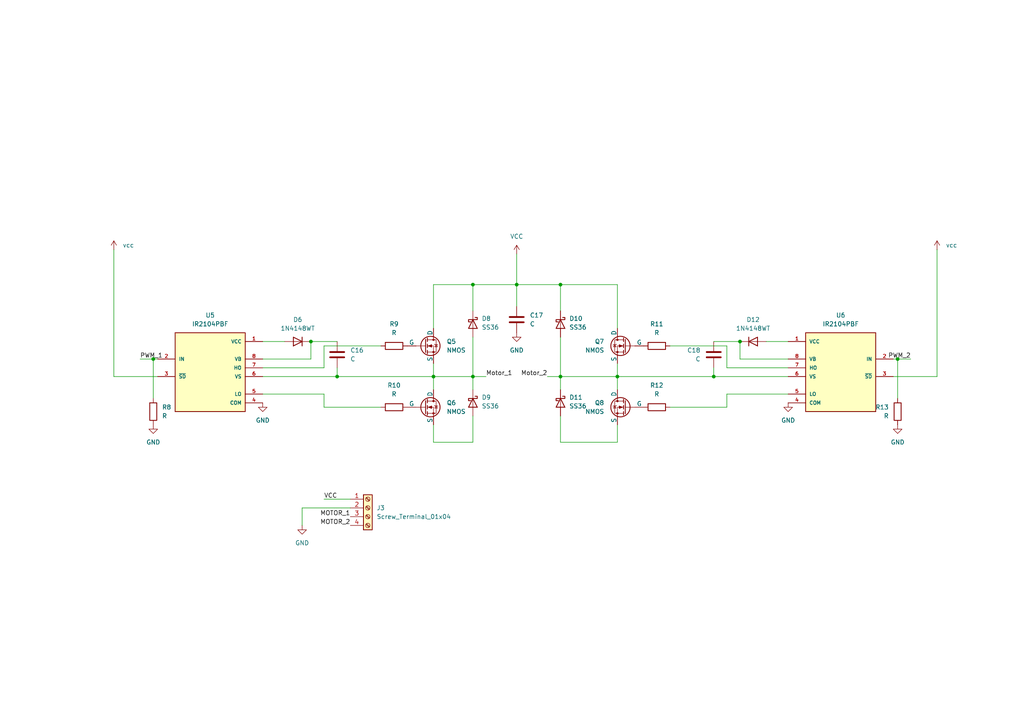
<source format=kicad_sch>
(kicad_sch (version 20250114) (generator "eeschema") (generator_version "9.0")
  (paper "A4")
  (lib_symbols
    (symbol "Connector:Screw_Terminal_01x04" (pin_names (offset 1.016) (hide yes))
      (property "Reference" "J" (at 0 5.08 0))
      (property "Value" "Screw_Terminal_01x04" (at 0 -7.62 0))
      (symbol "Screw_Terminal_01x04_1_1"
        (rectangle (start -1.27 3.81) (end 1.27 -6.35) (stroke (width 0.254)) (fill (type background)))
        (polyline (pts (xy -0.5334 2.8702) (xy 0.3302 2.032)) (stroke (width 0.1524)))
        (polyline (pts (xy -0.5334 0.3302) (xy 0.3302 -0.508)) (stroke (width 0.1524)))
        (polyline (pts (xy -0.5334 -2.2098) (xy 0.3302 -3.048)) (stroke (width 0.1524)))
        (polyline (pts (xy -0.5334 -4.7498) (xy 0.3302 -5.588)) (stroke (width 0.1524)))
        (polyline (pts (xy -0.3556 3.048) (xy 0.508 2.2098)) (stroke (width 0.1524)))
        (polyline (pts (xy -0.3556 0.508) (xy 0.508 -0.3302)) (stroke (width 0.1524)))
        (polyline (pts (xy -0.3556 -2.032) (xy 0.508 -2.8702)) (stroke (width 0.1524)))
        (polyline (pts (xy -0.3556 -4.572) (xy 0.508 -5.4102)) (stroke (width 0.1524)))
        (circle (center 0 2.54) (radius 0.635) (stroke (width 0.1524)))
        (circle (center 0 0) (radius 0.635) (stroke (width 0.1524)))
        (circle (center 0 -2.54) (radius 0.635) (stroke (width 0.1524)))
        (circle (center 0 -5.08) (radius 0.635) (stroke (width 0.1524)))
        (pin passive line (at -5.08 2.54 0) (length 3.81) (name "Pin_1") (number "1"))
        (pin passive line (at -5.08 0 0) (length 3.81) (name "Pin_2") (number "2"))
        (pin passive line (at -5.08 -2.54 0) (length 3.81) (name "Pin_3") (number "3"))
        (pin passive line (at -5.08 -5.08 0) (length 3.81) (name "Pin_4") (number "4"))
      )
    )
    (symbol "Device:C" (pin_numbers (hide yes)) (pin_names (offset 0.254))
      (property "Reference" "C" (at 0.635 2.54 0))
      (property "Value" "C" (at 0.635 -2.54 0))
      (symbol "C_0_1"
        (polyline (pts (xy -2.032 0.762) (xy 2.032 0.762)) (stroke (width 0.508)))
        (polyline (pts (xy -2.032 -0.762) (xy 2.032 -0.762)) (stroke (width 0.508)))
      )
      (symbol "C_1_1"
        (pin passive line (at 0 3.81 270) (length 2.794) (name "~") (number "1"))
        (pin passive line (at 0 -3.81 90) (length 2.794) (name "~") (number "2"))
      )
    )
    (symbol "Device:R" (pin_numbers (hide yes)) (pin_names (offset 0))
      (property "Reference" "R" (at 2.032 0 90))
      (property "Value" "R" (at 0 0 90))
      (symbol "R_0_1"
        (rectangle (start -1.016 -2.54) (end 1.016 2.54) (stroke (width 0.254)))
      )
      (symbol "R_1_1"
        (pin passive line (at 0 3.81 270) (length 1.27) (name "~") (number "1"))
        (pin passive line (at 0 -3.81 90) (length 1.27) (name "~") (number "2"))
      )
    )
    (symbol "Diode:1N4148WT" (pin_numbers (hide yes)) (pin_names (hide yes))
      (property "Reference" "D" (at 0 2.54 0))
      (property "Value" "1N4148WT" (at 0 -2.54 0))
      (symbol "1N4148WT_0_1"
        (polyline (pts (xy -1.27 1.27) (xy -1.27 -1.27)) (stroke (width 0.254)))
        (polyline (pts (xy 1.27 1.27) (xy 1.27 -1.27) (xy -1.27 0) (xy 1.27 1.27)) (stroke (width 0.254)))
        (polyline (pts (xy 1.27 0) (xy -1.27 0)))
      )
      (symbol "1N4148WT_1_1"
        (pin passive line (at -3.81 0 0) (length 2.54) (name "K") (number "1"))
        (pin passive line (at 3.81 0 180) (length 2.54) (name "A") (number "2"))
      )
    )
    (symbol "Diode:SS36" (pin_numbers (hide yes)) (pin_names (offset 1.016) (hide yes))
      (property "Reference" "D" (at 0 2.54 0))
      (property "Value" "SS36" (at 0 -2.54 0))
      (symbol "SS36_0_1"
        (polyline (pts (xy -1.905 0.635) (xy -1.905 1.27) (xy -1.27 1.27) (xy -1.27 -1.27) (xy -0.635 -1.27) (xy -0.635 -0.635)) (stroke (width 0.254)))
        (polyline (pts (xy 1.27 1.27) (xy 1.27 -1.27) (xy -1.27 0) (xy 1.27 1.27)) (stroke (width 0.254)))
        (polyline (pts (xy 1.27 0) (xy -1.27 0)))
      )
      (symbol "SS36_1_1"
        (pin passive line (at -3.81 0 0) (length 2.54) (name "K") (number "1"))
        (pin passive line (at 3.81 0 180) (length 2.54) (name "A") (number "2"))
      )
    )
    (symbol "IR2104PBF:IR2104PBF" (pin_names (offset 1.016))
      (property "Reference" "U" (at -10.0939 10.7738 0))
      (property "Value" "IR2104PBF" (at -10.267 -15.3519 0))
      (symbol "IR2104PBF_0_0"
        (rectangle (start -10.16 -12.7) (end 10.16 10.16) (stroke (width 0.254)) (fill (type background)))
        (pin input line (at -15.24 2.54 0) (length 5.08) (name "IN") (number "2"))
        (pin input line (at -15.24 -2.54 0) (length 5.08) (name "~{SD}") (number "3"))
        (pin power_in line (at 15.24 7.62 180) (length 5.08) (name "VCC") (number "1"))
        (pin input line (at 15.24 2.54 180) (length 5.08) (name "VB") (number "8"))
        (pin output line (at 15.24 0 180) (length 5.08) (name "HO") (number "7"))
        (pin input line (at 15.24 -2.54 180) (length 5.08) (name "VS") (number "6"))
        (pin output line (at 15.24 -7.62 180) (length 5.08) (name "LO") (number "5"))
        (pin input line (at 15.24 -10.16 180) (length 5.08) (name "COM") (number "4"))
      )
    )
    (symbol "Simulation_SPICE:NMOS" (pin_numbers (hide yes)) (pin_names (offset 0))
      (property "Reference" "Q" (at 5.08 1.27 0))
      (property "Value" "NMOS" (at 5.08 -1.27 0))
      (symbol "NMOS_0_1"
        (polyline (pts (xy 0.254 1.905) (xy 0.254 -1.905)) (stroke (width 0.254)))
        (polyline (pts (xy 0.254 0) (xy -2.54 0)))
        (polyline (pts (xy 0.762 2.286) (xy 0.762 1.27)) (stroke (width 0.254)))
        (polyline (pts (xy 0.762 0.508) (xy 0.762 -0.508)) (stroke (width 0.254)))
        (polyline (pts (xy 0.762 -1.27) (xy 0.762 -2.286)) (stroke (width 0.254)))
        (polyline (pts (xy 0.762 -1.778) (xy 3.302 -1.778) (xy 3.302 1.778) (xy 0.762 1.778)))
        (polyline (pts (xy 1.016 0) (xy 2.032 0.381) (xy 2.032 -0.381) (xy 1.016 0)) (fill (type outline)))
        (circle (center 1.651 0) (radius 2.794) (stroke (width 0.254)))
        (polyline (pts (xy 2.54 2.54) (xy 2.54 1.778)))
        (circle (center 2.54 1.778) (radius 0.254) (fill (type outline)))
        (circle (center 2.54 -1.778) (radius 0.254) (fill (type outline)))
        (polyline (pts (xy 2.54 -2.54) (xy 2.54 0) (xy 0.762 0)))
        (polyline (pts (xy 2.794 0.508) (xy 2.921 0.381) (xy 3.683 0.381) (xy 3.81 0.254)))
        (polyline (pts (xy 3.302 0.381) (xy 2.921 -0.254) (xy 3.683 -0.254) (xy 3.302 0.381)))
      )
      (symbol "NMOS_1_1"
        (pin input line (at -5.08 0 0) (length 2.54) (name "G") (number "2"))
        (pin passive line (at 2.54 5.08 270) (length 2.54) (name "D") (number "1"))
        (pin passive line (at 2.54 -5.08 90) (length 2.54) (name "S") (number "3"))
      )
    )
    (symbol "power:+24V" (power) (pin_numbers (hide yes)) (pin_names (offset 0) (hide yes))
      (property "Value" "+24V" (at 0 3.556 0))
      (symbol "+24V_0_1"
        (polyline (pts (xy -0.762 1.27) (xy 0 2.54)))
        (polyline (pts (xy 0 2.54) (xy 0.762 1.27)))
        (polyline (pts (xy 0 0) (xy 0 2.54)))
      )
      (symbol "+24V_1_1"
        (pin power_in line (at 0 0 90) (length 0) (name "~") (number "1"))
      )
    )
    (symbol "power:GND" (power) (pin_numbers (hide yes)) (pin_names (offset 0) (hide yes))
      (property "Value" "GND" (at 0 -3.81 0))
      (symbol "GND_0_1"
        (polyline (pts (xy 0 0) (xy 0 -1.27) (xy 1.27 -1.27) (xy 0 -2.54) (xy -1.27 -1.27) (xy 0 -1.27)))
      )
      (symbol "GND_1_1"
        (pin power_in line (at 0 0 270) (length 0) (name "~") (number "1"))
      )
    )
    (symbol "power:VCC" (power) (pin_numbers (hide yes)) (pin_names (offset 0) (hide yes))
      (property "Value" "VCC" (at 0 3.556 0))
      (symbol "VCC_0_1"
        (polyline (pts (xy -0.762 1.27) (xy 0 2.54)))
        (polyline (pts (xy 0 2.54) (xy 0.762 1.27)))
        (polyline (pts (xy 0 0) (xy 0 2.54)))
      )
      (symbol "VCC_1_1"
        (pin power_in line (at 0 0 90) (length 0) (name "~") (number "1"))
      )
    )
  )
  (junction (at 137.16 109.22))
  (junction (at 214.63 99.06))
  (junction (at 207.01 109.22))
  (junction (at 179.07 109.22))
  (junction (at 149.86 82.55))
  (junction (at 260.35 104.14))
  (junction (at 90.17 99.06))
  (junction (at 44.45 104.14))
  (junction (at 137.16 82.55))
  (junction (at 97.79 109.22))
  (junction (at 162.56 109.22))
  (junction (at 125.73 109.22))
  (junction (at 162.56 82.55))
  (wire (pts (xy 137.16 109.22) (xy 140.97 109.22)))
  (wire (pts (xy 45.72 109.22) (xy 33.02 109.22)))
  (wire (pts (xy 137.16 97.79) (xy 137.16 109.22)))
  (wire (pts (xy 228.6 114.3) (xy 210.82 114.3)))
  (wire (pts (xy 259.08 109.22) (xy 271.78 109.22)))
  (wire (pts (xy 162.56 82.55) (xy 162.56 90.17)))
  (wire (pts (xy 125.73 128.27) (xy 137.16 128.27)))
  (wire (pts (xy 228.6 106.68) (xy 210.82 106.68)))
  (wire (pts (xy 125.73 109.22) (xy 125.73 113.03)))
  (wire (pts (xy 125.73 105.41) (xy 125.73 109.22)))
  (wire (pts (xy 125.73 123.19) (xy 125.73 128.27)))
  (wire (pts (xy 264.16 104.14) (xy 260.35 104.14)))
  (wire (pts (xy 207.01 106.68) (xy 207.01 109.22)))
  (wire (pts (xy 149.86 73.66) (xy 149.86 82.55)))
  (wire (pts (xy 179.07 128.27) (xy 162.56 128.27)))
  (wire (pts (xy 214.63 99.06) (xy 207.01 99.06)))
  (wire (pts (xy 179.07 95.25) (xy 179.07 82.55)))
  (wire (pts (xy 149.86 82.55) (xy 149.86 88.9)))
  (wire (pts (xy 179.07 123.19) (xy 179.07 128.27)))
  (wire (pts (xy 76.2 104.14) (xy 90.17 104.14)))
  (wire (pts (xy 162.56 109.22) (xy 162.56 113.03)))
  (wire (pts (xy 76.2 106.68) (xy 93.98 106.68)))
  (wire (pts (xy 162.56 128.27) (xy 162.56 120.65)))
  (wire (pts (xy 97.79 106.68) (xy 97.79 109.22)))
  (wire (pts (xy 93.98 144.78) (xy 101.6 144.78)))
  (wire (pts (xy 125.73 82.55) (xy 137.16 82.55)))
  (wire (pts (xy 179.07 109.22) (xy 162.56 109.22)))
  (wire (pts (xy 137.16 82.55) (xy 137.16 90.17)))
  (wire (pts (xy 90.17 99.06) (xy 97.79 99.06)))
  (wire (pts (xy 90.17 104.14) (xy 90.17 99.06)))
  (wire (pts (xy 210.82 114.3) (xy 210.82 118.11)))
  (wire (pts (xy 149.86 82.55) (xy 162.56 82.55)))
  (wire (pts (xy 93.98 114.3) (xy 93.98 118.11)))
  (wire (pts (xy 228.6 104.14) (xy 214.63 104.14)))
  (wire (pts (xy 179.07 105.41) (xy 179.07 109.22)))
  (wire (pts (xy 93.98 100.33) (xy 110.49 100.33)))
  (wire (pts (xy 40.64 104.14) (xy 44.45 104.14)))
  (wire (pts (xy 97.79 109.22) (xy 125.73 109.22)))
  (wire (pts (xy 33.02 72.39) (xy 33.02 109.22)))
  (wire (pts (xy 162.56 97.79) (xy 162.56 109.22)))
  (wire (pts (xy 125.73 109.22) (xy 137.16 109.22)))
  (wire (pts (xy 179.07 82.55) (xy 162.56 82.55)))
  (wire (pts (xy 207.01 109.22) (xy 179.07 109.22)))
  (wire (pts (xy 125.73 95.25) (xy 125.73 82.55)))
  (wire (pts (xy 179.07 109.22) (xy 179.07 113.03)))
  (wire (pts (xy 76.2 109.22) (xy 97.79 109.22)))
  (wire (pts (xy 93.98 106.68) (xy 93.98 100.33)))
  (wire (pts (xy 162.56 109.22) (xy 158.75 109.22)))
  (wire (pts (xy 210.82 118.11) (xy 194.31 118.11)))
  (wire (pts (xy 76.2 99.06) (xy 82.55 99.06)))
  (wire (pts (xy 228.6 99.06) (xy 222.25 99.06)))
  (wire (pts (xy 101.6 147.32) (xy 87.63 147.32)))
  (wire (pts (xy 93.98 118.11) (xy 110.49 118.11)))
  (wire (pts (xy 44.45 104.14) (xy 44.45 115.57)))
  (wire (pts (xy 210.82 100.33) (xy 194.31 100.33)))
  (wire (pts (xy 87.63 147.32) (xy 87.63 152.4)))
  (wire (pts (xy 137.16 82.55) (xy 149.86 82.55)))
  (wire (pts (xy 210.82 106.68) (xy 210.82 100.33)))
  (wire (pts (xy 260.35 104.14) (xy 260.35 115.57)))
  (wire (pts (xy 137.16 128.27) (xy 137.16 120.65)))
  (wire (pts (xy 44.45 104.14) (xy 45.72 104.14)))
  (wire (pts (xy 76.2 114.3) (xy 93.98 114.3)))
  (wire (pts (xy 271.78 72.39) (xy 271.78 109.22)))
  (wire (pts (xy 214.63 104.14) (xy 214.63 99.06)))
  (wire (pts (xy 137.16 109.22) (xy 137.16 113.03)))
  (wire (pts (xy 228.6 109.22) (xy 207.01 109.22)))
  (wire (pts (xy 260.35 104.14) (xy 259.08 104.14)))
  (label "MOTOR_1" (at 101.6 149.86 180))
  (label "PWM_1" (at 40.64 104.14 0))
  (label "VCC" (at 93.98 144.78 0))
  (label "MOTOR_2" (at 101.6 152.4 180))
  (label "PWM_2" (at 264.16 104.14 180))
  (label "Motor_1" (at 140.97 109.22 0))
  (label "Motor_2" (at 158.75 109.22 180))
  (symbol (lib_id "power:GND") (at 87.63 152.4 0) (unit 1)
    (property "Reference" "#PWR025" (effects (hide yes)))
    (property "Value" "GND" (at 87.63 157.48 0))
    (property "Description" "Power symbol creates a global label with name \"GND\" , ground" (effects (hide yes)))
  )
  (symbol (lib_id "Device:R") (at 190.5 118.11 270) (mirror x) (unit 1)
    (property "Reference" "R12" (at 190.5 111.76 90))
    (property "Value" "R" (at 190.5 114.3 90))
    (property "Description" "Resistor" (effects (hide yes)))
  )
  (symbol (lib_id "Simulation_SPICE:NMOS") (at 181.61 100.33 0) (mirror y) (unit 1)
    (property "Reference" "Q7" (at 175.26 99.0599 0) (effects (justify left)))
    (property "Value" "NMOS" (at 175.26 101.5999 0) (effects (justify left)))
    (property "Datasheet" "https://ngspice.sourceforge.io/docs/ngspice-html-manual/manual.xhtml#cha_MOSFETs" (effects (hide yes)))
    (property "Description" "N-MOSFET transistor, drain/source/gate" (effects (hide yes)))
    (property "Sim.Device" "NMOS" (effects (hide yes)))
    (property "Sim.Type" "VDMOS" (effects (hide yes)))
    (property "Sim.Pins" "1=D 2=G 3=S" (effects (hide yes)))
  )
  (symbol (lib_id "power:GND") (at 228.6 116.84 0) (mirror y) (unit 1)
    (property "Reference" "#PWR028" (effects (hide yes)))
    (property "Value" "GND" (at 228.6 121.92 0))
    (property "Description" "Power symbol creates a global label with name \"GND\" , ground" (effects (hide yes)))
  )
  (symbol (lib_id "Diode:1N4148WT") (at 218.44 99.06 0) (mirror x) (unit 1)
    (property "Reference" "D12" (at 218.44 92.71 0))
    (property "Value" "1N4148WT" (at 218.44 95.25 0))
    (property "Footprint" "Diode_SMD:D_SOD-523" (effects (hide yes)))
    (property "Datasheet" "https://www.diodes.com/assets/Datasheets/ds30396.pdf" (effects (hide yes)))
    (property "Description" "75V 0.15A Fast switching Diode, SOD-523" (effects (hide yes)))
    (property "Sim.Device" "D" (effects (hide yes)))
    (property "Sim.Pins" "1=K 2=A" (effects (hide yes)))
  )
  (symbol (lib_id "power:GND") (at 44.45 123.19 0) (unit 1)
    (property "Reference" "#PWR023" (effects (hide yes)))
    (property "Value" "GND" (at 44.45 128.27 0))
    (property "Description" "Power symbol creates a global label with name \"GND\" , ground" (effects (hide yes)))
  )
  (symbol (lib_id "Simulation_SPICE:NMOS") (at 181.61 118.11 0) (mirror y) (unit 1)
    (property "Reference" "Q8" (at 175.26 116.8399 0) (effects (justify left)))
    (property "Value" "NMOS" (at 175.26 119.3799 0) (effects (justify left)))
    (property "Datasheet" "https://ngspice.sourceforge.io/docs/ngspice-html-manual/manual.xhtml#cha_MOSFETs" (effects (hide yes)))
    (property "Description" "N-MOSFET transistor, drain/source/gate" (effects (hide yes)))
    (property "Sim.Device" "NMOS" (effects (hide yes)))
    (property "Sim.Type" "VDMOS" (effects (hide yes)))
    (property "Sim.Pins" "1=D 2=G 3=S" (effects (hide yes)))
  )
  (symbol (lib_id "Device:C") (at 207.01 102.87 0) (mirror y) (unit 1)
    (property "Reference" "C18" (at 203.2 101.5999 0) (effects (justify left)))
    (property "Value" "C" (at 203.2 104.1399 0) (effects (justify left)))
    (property "Description" "Unpolarized capacitor" (effects (hide yes)))
  )
  (symbol (lib_id "Simulation_SPICE:NMOS") (at 123.19 100.33 0) (unit 1)
    (property "Reference" "Q5" (at 129.54 99.0599 0) (effects (justify left)))
    (property "Value" "NMOS" (at 129.54 101.5999 0) (effects (justify left)))
    (property "Datasheet" "https://ngspice.sourceforge.io/docs/ngspice-html-manual/manual.xhtml#cha_MOSFETs" (effects (hide yes)))
    (property "Description" "N-MOSFET transistor, drain/source/gate" (effects (hide yes)))
    (property "Sim.Device" "NMOS" (effects (hide yes)))
    (property "Sim.Type" "VDMOS" (effects (hide yes)))
    (property "Sim.Pins" "1=D 2=G 3=S" (effects (hide yes)))
  )
  (symbol (lib_id "Simulation_SPICE:NMOS") (at 123.19 118.11 0) (unit 1)
    (property "Reference" "Q6" (at 129.54 116.8399 0) (effects (justify left)))
    (property "Value" "NMOS" (at 129.54 119.3799 0) (effects (justify left)))
    (property "Datasheet" "https://ngspice.sourceforge.io/docs/ngspice-html-manual/manual.xhtml#cha_MOSFETs" (effects (hide yes)))
    (property "Description" "N-MOSFET transistor, drain/source/gate" (effects (hide yes)))
    (property "Sim.Device" "NMOS" (effects (hide yes)))
    (property "Sim.Type" "VDMOS" (effects (hide yes)))
    (property "Sim.Pins" "1=D 2=G 3=S" (effects (hide yes)))
  )
  (symbol (lib_id "Diode:1N4148WT") (at 86.36 99.06 180) (unit 1)
    (property "Reference" "D6" (at 86.36 92.71 0))
    (property "Value" "1N4148WT" (at 86.36 95.25 0))
    (property "Footprint" "Diode_SMD:D_SOD-523" (effects (hide yes)))
    (property "Datasheet" "https://www.diodes.com/assets/Datasheets/ds30396.pdf" (effects (hide yes)))
    (property "Description" "75V 0.15A Fast switching Diode, SOD-523" (effects (hide yes)))
    (property "Sim.Device" "D" (effects (hide yes)))
    (property "Sim.Pins" "1=K 2=A" (effects (hide yes)))
  )
  (symbol (lib_id "Device:C") (at 97.79 102.87 0) (unit 1)
    (property "Reference" "C16" (at 101.6 101.5999 0) (effects (justify left)))
    (property "Value" "C" (at 101.6 104.1399 0) (effects (justify left)))
    (property "Description" "Unpolarized capacitor" (effects (hide yes)))
  )
  (symbol (lib_id "power:+24V") (at 33.02 72.39 0) (unit 1)
    (property "Reference" "#PWR022" (effects (hide yes)))
    (property "Value" "vcc" (at 35.56 71.1199 0) (effects (justify left)))
    (property "Description" "Power symbol creates a global label with name \"+24V\"" (effects (hide yes)))
  )
  (symbol (lib_id "power:GND") (at 149.86 96.52 0) (unit 1)
    (property "Reference" "#PWR027" (effects (hide yes)))
    (property "Value" "GND" (at 149.86 101.6 0))
    (property "Description" "Power symbol creates a global label with name \"GND\" , ground" (effects (hide yes)))
  )
  (symbol (lib_id "IR2104PBF:IR2104PBF") (at 243.84 106.68 0) (mirror y) (unit 1)
    (property "Reference" "U6" (at 243.84 91.44 0))
    (property "Value" "IR2104PBF" (at 243.84 93.98 0))
    (property "Footprint" "IR2104PBF:DIP762W45P254L1092H533Q8" (effects (hide yes)))
    (property "MF" "Infineon" (effects (hide yes)))
    (property "MAXIMUM_PACKAGE_HEIGHT" "5.33mm" (effects (hide yes)))
    (property "Package" "DIP-8 Infineon" (effects (hide yes)))
    (property "Price" "None" (effects (hide yes)))
    (property "Check_prices" "https://www.snapeda.com/parts/IR2104PBF/Infineon/view-part/?ref=eda" (effects (hide yes)))
    (property "STANDARD" "Manufacturer Recommendations" (effects (hide yes)))
    (property "PARTREV" "4/2/2004" (effects (hide yes)))
    (property "SnapEDA_Link" "https://www.snapeda.com/parts/IR2104PBF/Infineon/view-part/?ref=snap" (effects (hide yes)))
    (property "MP" "IR2104PBF" (effects (hide yes)))
    (property "Description_1" "Half-Bridge Gate Driver IC Non-Inverting 8-PDIP" (effects (hide yes)))
    (property "Availability" "In Stock" (effects (hide yes)))
    (property "MANUFACTURER" "Infineon" (effects (hide yes)))
  )
  (symbol (lib_id "power:GND") (at 76.2 116.84 0) (unit 1)
    (property "Reference" "#PWR024" (effects (hide yes)))
    (property "Value" "GND" (at 76.2 121.92 0))
    (property "Description" "Power symbol creates a global label with name \"GND\" , ground" (effects (hide yes)))
  )
  (symbol (lib_id "Diode:SS36") (at 137.16 116.84 270) (unit 1)
    (property "Reference" "D9" (at 139.7 115.2524 90) (effects (justify left)))
    (property "Value" "SS36" (at 139.7 117.7924 90) (effects (justify left)))
    (property "Footprint" "Diode_SMD:D_SMA" (effects (hide yes)))
    (property "Datasheet" "https://www.vishay.com/docs/88751/ss32.pdf" (effects (hide yes)))
    (property "Description" "60V 3A Schottky Diode, SMA" (effects (hide yes)))
  )
  (symbol (lib_id "Device:C") (at 149.86 92.71 0) (unit 1)
    (property "Reference" "C17" (at 153.67 91.4399 0) (effects (justify left)))
    (property "Value" "C" (at 153.67 93.9799 0) (effects (justify left)))
    (property "Description" "Unpolarized capacitor" (effects (hide yes)))
  )
  (symbol (lib_id "Diode:SS36") (at 162.56 116.84 270) (unit 1)
    (property "Reference" "D11" (at 165.1 115.2524 90) (effects (justify left)))
    (property "Value" "SS36" (at 165.1 117.7924 90) (effects (justify left)))
    (property "Footprint" "Diode_SMD:D_SMA" (effects (hide yes)))
    (property "Datasheet" "https://www.vishay.com/docs/88751/ss32.pdf" (effects (hide yes)))
    (property "Description" "60V 3A Schottky Diode, SMA" (effects (hide yes)))
  )
  (symbol (lib_id "Device:R") (at 190.5 100.33 270) (mirror x) (unit 1)
    (property "Reference" "R11" (at 190.5 93.98 90))
    (property "Value" "R" (at 190.5 96.52 90))
    (property "Description" "Resistor" (effects (hide yes)))
  )
  (symbol (lib_id "power:VCC") (at 149.86 73.66 0) (unit 1)
    (property "Reference" "#PWR026" (effects (hide yes)))
    (property "Value" "VCC" (at 149.86 68.58 0))
    (property "Description" "Power symbol creates a global label with name \"VCC\"" (effects (hide yes)))
  )
  (symbol (lib_id "power:GND") (at 260.35 123.19 0) (mirror y) (unit 1)
    (property "Reference" "#PWR029" (effects (hide yes)))
    (property "Value" "GND" (at 260.35 128.27 0))
    (property "Description" "Power symbol creates a global label with name \"GND\" , ground" (effects (hide yes)))
  )
  (symbol (lib_id "IR2104PBF:IR2104PBF") (at 60.96 106.68 0) (unit 1)
    (property "Reference" "U5" (at 60.96 91.44 0))
    (property "Value" "IR2104PBF" (at 60.96 93.98 0))
    (property "Footprint" "IR2104PBF:DIP762W45P254L1092H533Q8" (effects (hide yes)))
    (property "MF" "Infineon" (effects (hide yes)))
    (property "MAXIMUM_PACKAGE_HEIGHT" "5.33mm" (effects (hide yes)))
    (property "Package" "DIP-8 Infineon" (effects (hide yes)))
    (property "Price" "None" (effects (hide yes)))
    (property "Check_prices" "https://www.snapeda.com/parts/IR2104PBF/Infineon/view-part/?ref=eda" (effects (hide yes)))
    (property "STANDARD" "Manufacturer Recommendations" (effects (hide yes)))
    (property "PARTREV" "4/2/2004" (effects (hide yes)))
    (property "SnapEDA_Link" "https://www.snapeda.com/parts/IR2104PBF/Infineon/view-part/?ref=snap" (effects (hide yes)))
    (property "MP" "IR2104PBF" (effects (hide yes)))
    (property "Description_1" "Half-Bridge Gate Driver IC Non-Inverting 8-PDIP" (effects (hide yes)))
    (property "Availability" "In Stock" (effects (hide yes)))
    (property "MANUFACTURER" "Infineon" (effects (hide yes)))
  )
  (symbol (lib_id "Device:R") (at 260.35 119.38 0) (mirror y) (unit 1)
    (property "Reference" "R13" (at 257.81 118.1099 0) (effects (justify left)))
    (property "Value" "R" (at 257.81 120.6499 0) (effects (justify left)))
    (property "Description" "Resistor" (effects (hide yes)))
  )
  (symbol (lib_id "Device:R") (at 44.45 119.38 0) (unit 1)
    (property "Reference" "R8" (at 46.99 118.1099 0) (effects (justify left)))
    (property "Value" "R" (at 46.99 120.6499 0) (effects (justify left)))
    (property "Description" "Resistor" (effects (hide yes)))
  )
  (symbol (lib_id "Device:R") (at 114.3 100.33 90) (unit 1)
    (property "Reference" "R9" (at 114.3 93.98 90))
    (property "Value" "R" (at 114.3 96.52 90))
    (property "Description" "Resistor" (effects (hide yes)))
  )
  (symbol (lib_id "Diode:SS36") (at 137.16 93.98 270) (unit 1)
    (property "Reference" "D8" (at 139.7 92.3924 90) (effects (justify left)))
    (property "Value" "SS36" (at 139.7 94.9324 90) (effects (justify left)))
    (property "Footprint" "Diode_SMD:D_SMA" (effects (hide yes)))
    (property "Datasheet" "https://www.vishay.com/docs/88751/ss32.pdf" (effects (hide yes)))
    (property "Description" "60V 3A Schottky Diode, SMA" (effects (hide yes)))
  )
  (symbol (lib_id "Diode:SS36") (at 162.56 93.98 270) (unit 1)
    (property "Reference" "D10" (at 165.1 92.3924 90) (effects (justify left)))
    (property "Value" "SS36" (at 165.1 94.9324 90) (effects (justify left)))
    (property "Footprint" "Diode_SMD:D_SMA" (effects (hide yes)))
    (property "Datasheet" "https://www.vishay.com/docs/88751/ss32.pdf" (effects (hide yes)))
    (property "Description" "60V 3A Schottky Diode, SMA" (effects (hide yes)))
  )
  (symbol (lib_id "power:+24V") (at 271.78 72.39 0) (mirror y) (unit 1)
    (property "Reference" "#PWR030" (effects (hide yes)))
    (property "Value" "vcc" (at 274.32 71.1199 0) (effects (justify right)))
    (property "Description" "Power symbol creates a global label with name \"+24V\"" (effects (hide yes)))
  )
  (symbol (lib_id "Device:R") (at 114.3 118.11 90) (unit 1)
    (property "Reference" "R10" (at 114.3 111.76 90))
    (property "Value" "R" (at 114.3 114.3 90))
    (property "Description" "Resistor" (effects (hide yes)))
  )
  (symbol (lib_id "Connector:Screw_Terminal_01x04") (at 106.68 147.32 0) (unit 1)
    (property "Reference" "J3" (at 109.22 147.3199 0) (effects (justify left)))
    (property "Value" "Screw_Terminal_01x04" (at 109.22 149.8599 0) (effects (justify left)))
    (property "Description" "Generic screw terminal, single row, 01x04, script generated (kicad-library-utils/schlib/autogen/connector/)" (effects (hide yes)))
  )
)
</source>
